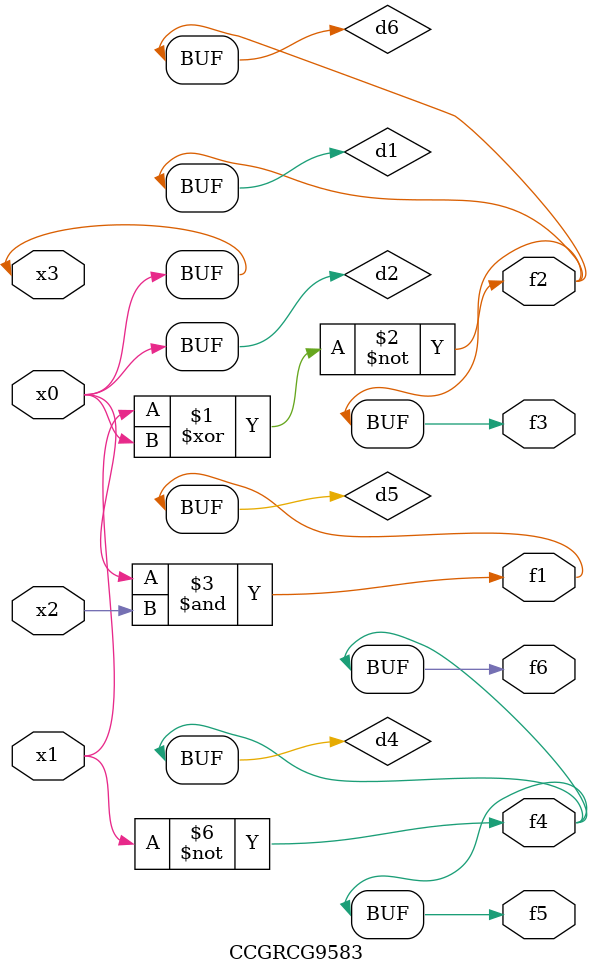
<source format=v>
module CCGRCG9583(
	input x0, x1, x2, x3,
	output f1, f2, f3, f4, f5, f6
);

	wire d1, d2, d3, d4, d5, d6;

	xnor (d1, x1, x3);
	buf (d2, x0, x3);
	nand (d3, x0, x2);
	not (d4, x1);
	nand (d5, d3);
	or (d6, d1);
	assign f1 = d5;
	assign f2 = d6;
	assign f3 = d6;
	assign f4 = d4;
	assign f5 = d4;
	assign f6 = d4;
endmodule

</source>
